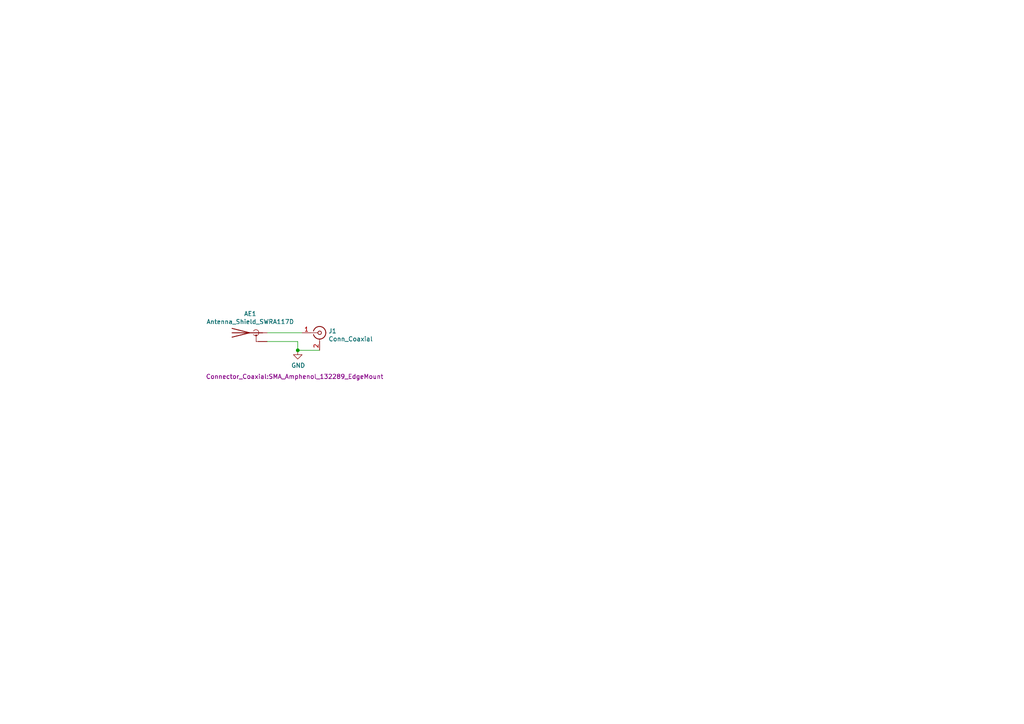
<source format=kicad_sch>
(kicad_sch (version 20210621) (generator eeschema)
  (paper "A4")
  (lib_symbols
    (symbol "Connector:Conn_Coaxial" (pin_names (offset 1.016) hide)
      (property "Reference" "J" (at 0.254 3.048 0))
      (property "Value" "Connector_Conn_Coaxial" (at 2.921 0 90))
      (symbol "Conn_Coaxial_0_1"
        (arc (start -1.778 -0.508) (mid 0.2311 -1.8066) (end 1.778 0) (stroke (width 0.254)))
        (polyline (pts (xy -2.54 0) (xy -0.508 0)))
        (polyline (pts (xy 0 -2.54) (xy 0 -1.778)))
        (circle (center 0 0) (radius 0.508) (stroke (width 0.2032)) (stroke (width 0.2032)))
        (arc (start 1.778 0) (mid 0.2099 1.8101) (end -1.778 0.508) (stroke (width 0.254)))
      )
      (symbol "Conn_Coaxial_1_1"
        (pin passive line (at -5.08 0 0) (length 2.54) (name "In") (number "1"))
        (pin passive line (at 0 -5.08 90) (length 2.54) (name "Ext") (number "2"))
      )
    )
    (symbol "Device:Antenna_Shield" (pin_numbers hide) (pin_names (offset 1.016) hide)
      (property "Reference" "AE" (at -1.905 4.445 0))
      (property "Value" "Device_Antenna_Shield" (at -1.905 2.54 0))
      (symbol "Antenna_Shield_0_1"
        (arc (start -0.508 -1.143) (mid -0.8429 -2.1194) (end 0 -2.667))
        (arc (start 0 -2.667) (mid 0.7989 -2.1052) (end 0.508 -1.143))
        (polyline (pts (xy 0 -2.54) (xy 0 0)))
        (polyline (pts (xy 0 5.08) (xy 0 -3.81)) (stroke (width 0.254)))
        (polyline (pts (xy 0.762 -1.905) (xy 2.54 -1.905)))
        (polyline (pts (xy 2.54 -2.54) (xy 2.54 -1.905)))
        (polyline (pts (xy 1.27 5.08) (xy 0 0) (xy -1.27 5.08)) (stroke (width 0.254)))
        (circle (center 0.762 -1.905) (radius 0.1778) (fill (type outline)))
      )
      (symbol "Antenna_Shield_1_1"
        (pin input line (at 0 -5.08 90) (length 2.54) (name "A") (number "1"))
        (pin input line (at 2.54 -5.08 90) (length 2.54) (name "Shield") (number "2"))
      )
    )
    (symbol "power:GND" (power) (pin_names (offset 0))
      (property "Value" "power_GND" (at 0 -3.81 0))
      (symbol "GND_0_1"
        (polyline (pts (xy 0 0) (xy 0 -1.27) (xy 1.27 -1.27) (xy 0 -2.54) (xy -1.27 -1.27) (xy 0 -1.27)))
      )
      (symbol "GND_1_1"
        (pin power_in line (at 0 0 270) (length 0) hide (name "GND") (number "1"))
      )
    )
  )
  (junction (at 86.36 101.6))
  (wire (pts (xy 77.47 99.06) (xy 86.36 99.06)))
  (wire (pts (xy 86.36 99.06) (xy 86.36 101.6)))
  (wire (pts (xy 86.36 101.6) (xy 92.71 101.6)))
  (wire (pts (xy 87.63 96.52) (xy 77.47 96.52)))
  (symbol (lib_id "power:GND") (at 86.36 101.6 0) (unit 1)
    (property "Reference" "#PWR0101" (effects hide))
    (property "Value" "GND" (at 86.487 105.9942 0))
  )
  (symbol (lib_id "Device:Antenna_Shield") (at 72.39 96.52 90) (mirror x) (unit 1)
    (property "Reference" "AE1" (at 72.5678 91.0082 90))
    (property "Value" "Antenna_Shield_SWRA117D" (at 72.5678 93.3196 90))
    (property "Footprint" "RF_Antenna:Texas_SWRA117D_2.4GHz_Left" (effects hide))
  )
  (symbol (lib_id "Connector:Conn_Coaxial") (at 92.71 96.52 0) (unit 1)
    (property "Reference" "J1" (at 95.25 96.012 0) (effects (justify left)))
    (property "Value" "Conn_Coaxial" (at 95.25 98.3234 0) (effects (justify left)))
    (property "Footprint" "Connector_Coaxial:SMA_Amphenol_132289_EdgeMount" (at 59.69 109.22 0) (effects (justify left)))
    (property "Datasheet" " ~" (effects hide))
  )
)
</source>
